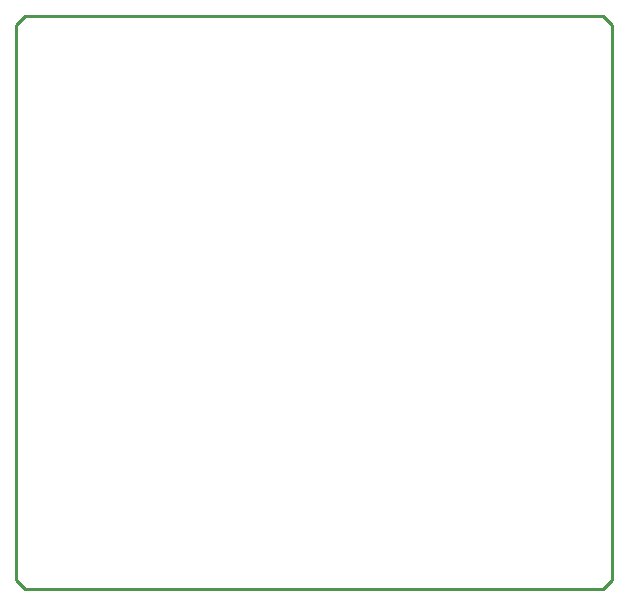
<source format=gko>
G04 Layer_Color=16711935*
%FSLAX25Y25*%
%MOIN*%
G70*
G01*
G75*
%ADD10C,0.01000*%
D10*
X465500Y237500D02*
X462500Y234500D01*
X465500Y237500D02*
Y422500D01*
X462500Y425500D01*
X270000Y234500D02*
X267000Y237500D01*
X462500Y234500D02*
X270000D01*
X267000Y237500D02*
Y422500D01*
X270000Y425500D02*
X267000Y422500D01*
X462500Y425500D02*
X270000D01*
M02*

</source>
